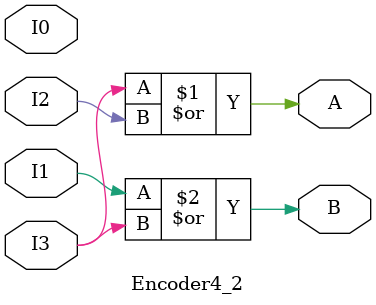
<source format=v>
`timescale 1ns / 1ps

//////////////////////////////////////////////////////////////////////////////////


module Encoder4_2(
output A,
output B,
input I0,
input I1,
input I2,
input I3);
assign A= I3|I2;
assign B=I1|I3;
endmodule

</source>
